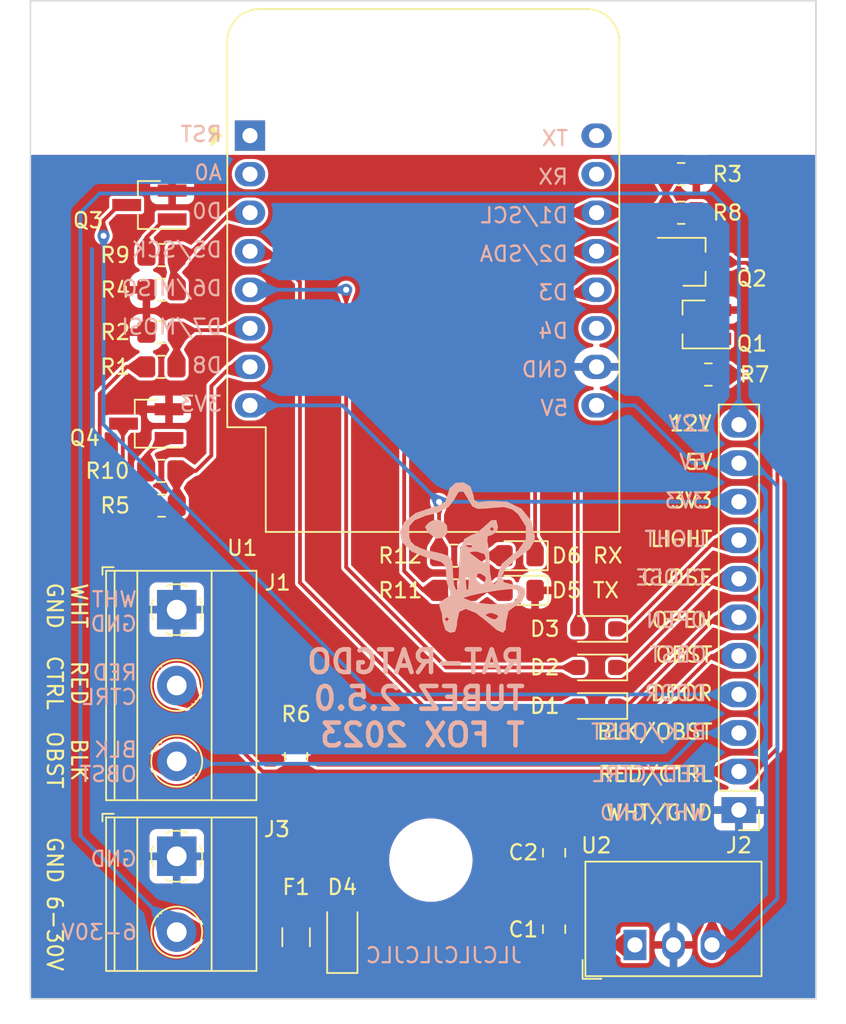
<source format=kicad_pcb>
(kicad_pcb (version 20221018) (generator pcbnew)
  (title_block (title "RAT-RATGDO TUBEZ ESP8266") (date "2023-11-02") (rev "2.5.0") (company "T Fox"))
  (layers (0 "F.Cu" signal) (31 "B.Cu" signal) (34 "B.Paste" user) (35 "F.Paste" user) (36 "B.SilkS" user "B.Silkscreen") (37 "F.SilkS" user "F.Silkscreen") (38 "B.Mask" user) (39 "F.Mask" user) (44 "Edge.Cuts" user))
  (net 0 "")
  (net 1 "/ESP_RX")
  (net 2 "/ESP_TX")
  (net 3 "Net-(U1-MOSI{slash}D7)")
  (net 6 "DC_OPEN")
  (net 7 "Net-(D1-A)")
  (net 8 "DC_CLOSE")
  (net 9 "Net-(D2-A)")
  (net 11 "DC_LIGHT")
  (net 14 "GND")
  (net 15 "+5V")
  (net 16 "Net-(D3-A)")
  (net 17 "BLK{slash}OBST")
  (net 18 "RED{slash}CTRL")
  (net 19 "STS_DOOR")
  (net 20 "STS_OBST")
  (net 21 "+3V3")
  (net 22 "Net-(Q3-G)")
  (net 23 "Net-(Q4-G)")
  (net 24 "+12V")
  (net 25 "Net-(D4-K)")
  (net 26 "Net-(Q1-G)")
  (net 27 "Net-(Q2-G)")
  (net 28 "Net-(U1-D0)")
  (net 29 "Net-(U1-CS{slash}D8)")
  (net 30 "Net-(D5-A)")
  (net 31 "Net-(D6-A)")
  (net 32 "Net-(D4-A)")
  (footprint "Resistor_SMD:R_0805_2012Metric_Pad1.20x1.40mm_HandSolder" (layer "F.Cu") (at 123.698 88.137 180)
    (fp_text reference "R10" (at 3.556 0) (layer "F.SilkS"))
    (fp_text value "1k")
    (pad "1" smd roundrect (at -1 0 180) (size 1.2 1.4) (layers "F.Cu" "F.Paste" "F.Mask") (roundrect_rratio 0.2083333333) (net 29 "Net-(U1-CS{slash}D8)"))
    (pad "2" smd roundrect (at 1 0 180) (size 1.2 1.4) (layers "F.Cu" "F.Paste" "F.Mask") (roundrect_rratio 0.2083333333) (net 23 "Net-(Q4-G)"))
  )
  (footprint "Resistor_SMD:R_0805_2012Metric_Pad1.20x1.40mm_HandSolder" (layer "F.Cu") (at 157.988 71.12 180)
    (fp_text reference "R8" (at -3.048 0) (layer "F.SilkS"))
    (fp_text value "1k")
    (pad "1" smd roundrect (at -1 0 180) (size 1.2 1.4) (layers "F.Cu" "F.Paste" "F.Mask") (roundrect_rratio 0.2083333333) (net 27 "Net-(Q2-G)"))
    (pad "2" smd roundrect (at 1 0 180) (size 1.2 1.4) (layers "F.Cu" "F.Paste" "F.Mask") (roundrect_rratio 0.2083333333) (net 2 "/ESP_TX"))
  )
  (footprint "Resistor_SMD:R_0805_2012Metric_Pad1.20x1.40mm_HandSolder" (layer "F.Cu") (at 157.988 68.58)
    (fp_text reference "R3" (at 3.048 0) (layer "F.SilkS"))
    (fp_text value "10k")
    (pad "1" smd roundrect (at -1 0) (size 1.2 1.4) (layers "F.Cu" "F.Paste" "F.Mask") (roundrect_rratio 0.2083333333) (net 2 "/ESP_TX"))
    (pad "2" smd roundrect (at 1 0) (size 1.2 1.4) (layers "F.Cu" "F.Paste" "F.Mask") (roundrect_rratio 0.2083333333) (net 14 "GND"))
  )
  (footprint "Resistor_SMD:R_0805_2012Metric_Pad1.20x1.40mm_HandSolder" (layer "F.Cu") (at 143.018 93.726 180)
    (fp_text reference "R12" (at 3.556 0) (layer "F.SilkS"))
    (fp_text value "1k")
    (pad "1" smd roundrect (at -1 0 180) (size 1.2 1.4) (layers "F.Cu" "F.Paste" "F.Mask") (roundrect_rratio 0.2083333333) (net 31 "Net-(D6-A)"))
    (pad "2" smd roundrect (at 1 0 180) (size 1.2 1.4) (layers "F.Cu" "F.Paste" "F.Mask") (roundrect_rratio 0.2083333333) (net 21 "+3V3"))
  )
  (footprint "Package_TO_SOT_SMD:SOT-23_Handsoldering" (layer "F.Cu") (at 122.912 70.612 180)
    (fp_text reference "Q3" (at 4.04 -1.016 180) (layer "F.SilkS"))
    (fp_text value "AO3400A")
    (pad "1" smd rect (at -1.5 -0.95 180) (size 1.9 0.8) (layers "F.Cu" "F.Paste" "F.Mask") (net 22 "Net-(Q3-G)"))
    (pad "2" smd rect (at -1.5 0.95 180) (size 1.9 0.8) (layers "F.Cu" "F.Paste" "F.Mask") (net 14 "GND"))
    (pad "3" smd rect (at 1.5 0 180) (size 1.9 0.8) (layers "F.Cu" "F.Paste" "F.Mask") (net 19 "STS_DOOR"))
  )
  (footprint "MountingHole:MountingHole_5mm" (layer "F.Cu") (at 161.544 62.484)
    (fp_text reference "REF**" hide)
    (fp_text value "MountingHole_5mm")
    (pad "" np_thru_hole circle (at 0 0) (size 5 5) (drill 5) (layers "*.Cu" "*.Mask"))
  )
  (footprint "Diode_SMD:D_SOD-323_HandSoldering" (layer "F.Cu") (at 152.42 103.632 180)
    (fp_text reference "D1" (at 3.429 0) (layer "F.SilkS"))
    (fp_text value "1N4148WS")
    (pad "1" smd roundrect (at -1.25 0 180) (size 1 1) (layers "F.Cu" "F.Paste" "F.Mask") (net 6 "DC_OPEN"))
    (pad "2" smd roundrect (at 1.25 0 180) (size 1 1) (layers "F.Cu" "F.Paste" "F.Mask") (net 7 "Net-(D1-A)"))
  )
  (footprint "MountingHole:MountingHole_5mm" (layer "F.Cu") (at 141.478 113.792)
    (fp_text reference "REF**" hide)
    (fp_text value "MountingHole_5mm")
    (pad "" np_thru_hole circle (at 0 0) (size 5 5) (drill 5) (layers "*.Cu" "*.Mask"))
  )
  (footprint "LED_SMD:LED_0805_2012Metric_Pad1.15x1.40mm_HandSolder" (layer "F.Cu") (at 147.327 93.726 180)
    (fp_text reference "D6 RX" (at -2.025 0) (layer "F.SilkS") (effects (justify left)))
    (fp_text value "RX LED")
    (pad "1" smd roundrect (at -1.025 0 180) (size 1.15 1.4) (layers "F.Cu" "F.Paste" "F.Mask") (roundrect_rratio 0.2173913043) (net 1 "/ESP_RX"))
    (pad "2" smd roundrect (at 1.025 0 180) (size 1.15 1.4) (layers "F.Cu" "F.Paste" "F.Mask") (roundrect_rratio 0.2173913043) (net 31 "Net-(D6-A)"))
  )
  (footprint "Diode_SMD:D_SOD-123" (layer "F.Cu") (at 135.636 118.872 90)
    (fp_text reference "D4" (at 3.302 0) (layer "F.SilkS"))
    (fp_text value "B5819W")
    (pad "1" smd roundrect (at -1.65 0 90) (size 0.9 1.2) (layers "F.Cu" "F.Paste" "F.Mask") (net 25 "Net-(D4-K)"))
    (pad "2" smd roundrect (at 1.65 0 90) (size 0.9 1.2) (layers "F.Cu" "F.Paste" "F.Mask") (net 32 "Net-(D4-A)"))
  )
  (footprint "Module:WEMOS_D1_mini_light" (layer "F.Cu") (at 129.5475 66.04)
    (fp_text reference "U1" (at -0.5155 27.178) (layer "F.SilkS"))
    (fp_text value "WeMos_D1_mini")
    (pad "1" thru_hole rect (at 0 0) (size 2 2) (drill 1) (layers "*.Cu" "*.Mask"))
    (pad "2" thru_hole oval (at 0 2.54) (size 2 1.6) (drill 1) (layers "*.Cu" "*.Mask"))
    (pad "3" thru_hole oval (at 0 5.08) (size 2 1.6) (drill 1) (layers "*.Cu" "*.Mask") (net 28 "Net-(U1-D0)"))
    (pad "4" thru_hole oval (at 0 7.62) (size 2 1.6) (drill 1) (layers "*.Cu" "*.Mask") (net 7 "Net-(D1-A)"))
    (pad "5" thru_hole oval (at 0 10.16) (size 2 1.6) (drill 1) (layers "*.Cu" "*.Mask") (net 9 "Net-(D2-A)"))
    (pad "6" thru_hole oval (at 0 12.7) (size 2 1.6) (drill 1) (layers "*.Cu" "*.Mask") (net 3 "Net-(U1-MOSI{slash}D7)"))
    (pad "7" thru_hole oval (at 0 15.24) (size 2 1.6) (drill 1) (layers "*.Cu" "*.Mask") (net 29 "Net-(U1-CS{slash}D8)"))
    (pad "8" thru_hole oval (at 0 17.78) (size 2 1.6) (drill 1) (layers "*.Cu" "*.Mask") (net 21 "+3V3"))
    (pad "9" thru_hole oval (at 22.86 17.78) (size 2 1.6) (drill 1) (layers "*.Cu" "*.Mask") (net 15 "+5V"))
    (pad "10" thru_hole oval (at 22.86 15.24) (size 2 1.6) (drill 1) (layers "*.Cu" "*.Mask") (net 14 "GND"))
    (pad "11" thru_hole oval (at 22.86 12.7) (size 2 1.6) (drill 1) (layers "*.Cu" "*.Mask"))
    (pad "12" thru_hole oval (at 22.86 10.16) (size 2 1.6) (drill 1) (layers "*.Cu" "*.Mask") (net 16 "Net-(D3-A)"))
    (pad "13" thru_hole oval (at 22.86 7.62) (size 2 1.6) (drill 1) (layers "*.Cu" "*.Mask") (net 1 "/ESP_RX"))
    (pad "14" thru_hole oval (at 22.86 5.08) (size 2 1.6) (drill 1) (layers "*.Cu" "*.Mask") (net 2 "/ESP_TX"))
    (pad "15" thru_hole oval (at 22.86 2.54) (size 2 1.6) (drill 1) (layers "*.Cu" "*.Mask"))
    (pad "16" thru_hole oval (at 22.86 0) (size 2 1.6) (drill 1) (layers "*.Cu" "*.Mask"))
  )
  (footprint "Resistor_SMD:R_0805_2012Metric_Pad1.20x1.40mm_HandSolder" (layer "F.Cu") (at 132.588 106.95 90)
    (fp_text reference "R6" (at 2.778 0) (layer "F.SilkS"))
    (fp_text value "10k")
    (pad "1" smd roundrect (at -1 0 90) (size 1.2 1.4) (layers "F.Cu" "F.Paste" "F.Mask") (roundrect_rratio 0.2083333333) (net 18 "RED{slash}CTRL"))
    (pad "2" smd roundrect (at 1 0 90) (size 1.2 1.4) (layers "F.Cu" "F.Paste" "F.Mask") (roundrect_rratio 0.2083333333) (net 14 "GND"))
  )
  (footprint "Capacitor_SMD:C_0805_2012Metric_Pad1.18x1.45mm_HandSolder" (layer "F.Cu") (at 149.606 118.3425 90)
    (fp_text reference "C1" (at -0.0215 -2.032) (layer "F.SilkS"))
    (fp_text value "10uF/50V")
    (pad "1" smd roundrect (at -1.0375 0 90) (size 1.175 1.45) (layers "F.Cu" "F.Paste" "F.Mask") (roundrect_rratio 0.2127659574) (net 25 "Net-(D4-K)"))
    (pad "2" smd roundrect (at 1.0375 0 90) (size 1.175 1.45) (layers "F.Cu" "F.Paste" "F.Mask") (roundrect_rratio 0.2127659574) (net 14 "GND"))
  )
  (footprint "Resistor_SMD:R_0805_2012Metric_Pad1.20x1.40mm_HandSolder" (layer "F.Cu") (at 143.018 96.012)
    (fp_text reference "R11" (at -3.556 0) (layer "F.SilkS"))
    (fp_text value "1k")
    (pad "1" smd roundrect (at -1 0) (size 1.2 1.4) (layers "F.Cu" "F.Paste" "F.Mask") (roundrect_rratio 0.2083333333) (net 2 "/ESP_TX"))
    (pad "2" smd roundrect (at 1 0) (size 1.2 1.4) (layers "F.Cu" "F.Paste" "F.Mask") (roundrect_rratio 0.2083333333) (net 30 "Net-(D5-A)"))
  )
  (footprint "Resistor_SMD:R_0805_2012Metric_Pad1.20x1.40mm_HandSolder" (layer "F.Cu") (at 159.782 81.788 180)
    (fp_text reference "R7" (at -3.048 0) (layer "F.SilkS"))
    (fp_text value "10k")
    (pad "1" smd roundrect (at -1 0 180) (size 1.2 1.4) (layers "F.Cu" "F.Paste" "F.Mask") (roundrect_rratio 0.2083333333) (net 18 "RED{slash}CTRL"))
    (pad "2" smd roundrect (at 1 0 180) (size 1.2 1.4) (layers "F.Cu" "F.Paste" "F.Mask") (roundrect_rratio 0.2083333333) (net 26 "Net-(Q1-G)"))
  )
  (footprint "Package_TO_SOT_SMD:SOT-23_Handsoldering" (layer "F.Cu") (at 122.706 85.024 180)
    (fp_text reference "Q4" (at 4.064 -0.95 180) (layer "F.SilkS"))
    (fp_text value "AO3400A")
    (pad "1" smd rect (at -1.5 -0.95 180) (size 1.9 0.8) (layers "F.Cu" "F.Paste" "F.Mask") (net 23 "Net-(Q4-G)"))
    (pad "2" smd rect (at -1.5 0.95 180) (size 1.9 0.8) (layers "F.Cu" "F.Paste" "F.Mask") (net 14 "GND"))
    (pad "3" smd rect (at 1.5 0 180) (size 1.9 0.8) (layers "F.Cu" "F.Paste" "F.Mask") (net 20 "STS_OBST"))
  )
  (footprint "MountingHole:MountingHole_5mm" (layer "F.Cu") (at 120.396 62.484)
    (fp_text reference "REF**" hide)
    (fp_text value "MountingHole_5mm")
    (pad "" np_thru_hole circle (at 0 0) (size 5 5) (drill 5) (layers "*.Cu" "*.Mask"))
  )
  (footprint "Diode_SMD:D_SOD-323_HandSoldering" (layer "F.Cu") (at 152.42 101.092 180)
    (fp_text reference "D2" (at 3.429 0) (layer "F.SilkS"))
    (fp_text value "1N4148WS")
    (pad "1" smd roundrect (at -1.25 0 180) (size 1 1) (layers "F.Cu" "F.Paste" "F.Mask") (net 8 "DC_CLOSE"))
    (pad "2" smd roundrect (at 1.25 0 180) (size 1 1) (layers "F.Cu" "F.Paste" "F.Mask") (net 9 "Net-(D2-A)"))
  )
  (footprint "Package_TO_SOT_SMD:SOT-23_Handsoldering" (layer "F.Cu") (at 158.838 74.356)
    (fp_text reference "Q2" (at 3.804743 1.109157) (layer "F.SilkS"))
    (fp_text value "AO3400A")
    (pad "1" smd rect (at -1.5 -0.95) (size 1.9 0.8) (layers "F.Cu" "F.Paste" "F.Mask") (net 27 "Net-(Q2-G)"))
    (pad "2" smd rect (at -1.5 0.95) (size 1.9 0.8) (layers "F.Cu" "F.Paste" "F.Mask") (net 14 "GND"))
    (pad "3" smd rect (at 1.5 0) (size 1.9 0.8) (layers "F.Cu" "F.Paste" "F.Mask") (net 18 "RED{slash}CTRL"))
  )
  (footprint "Converter_DCDC:Converter_DCDC_RECOM_R-78HB-0.5_THT" (layer "F.Cu") (at 160.02 119.38 180)
    (fp_text reference "U2" (at 7.6347 6.5532) (layer "F.SilkS"))
    (fp_text value "K7805-500R3")
    (pad "1" thru_hole rect (at 5.08 0 180) (size 1.5 2) (drill 1) (layers "*.Cu" "*.Mask") (net 25 "Net-(D4-K)"))
    (pad "2" thru_hole oval (at 2.54 0 180) (size 1.5 2) (drill 1) (layers "*.Cu" "*.Mask") (net 14 "GND"))
    (pad "3" thru_hole oval (at 0 0 180) (size 1.5 2) (drill 1) (layers "*.Cu" "*.Mask") (net 15 "+5V"))
  )
  (footprint "Diode_SMD:D_SOD-323_HandSoldering" (layer "F.Cu") (at 152.42 98.552 180)
    (fp_text reference "D3" (at 3.429 0) (layer "F.SilkS"))
    (fp_text value "1N4148WS")
    (pad "1" smd roundrect (at -1.25 0 180) (size 1 1) (layers "F.Cu" "F.Paste" "F.Mask") (net 11 "DC_LIGHT"))
    (pad "2" smd roundrect (at 1.25 0 180) (size 1 1) (layers "F.Cu" "F.Paste" "F.Mask") (net 16 "Net-(D3-A)"))
  )
  (footprint "Resistor_SMD:R_0805_2012Metric_Pad1.20x1.40mm_HandSolder" (layer "F.Cu") (at 123.714 90.424 180)
    (fp_text reference "R5" (at 3.064 0) (layer "F.SilkS"))
    (fp_text value "10k")
    (pad "1" smd roundrect (at -1 0 180) (size 1.2 1.4) (layers "F.Cu" "F.Paste" "F.Mask") (roundrect_rratio 0.2083333333) (net 29 "Net-(U1-CS{slash}D8)"))
    (pad "2" smd roundrect (at 1 0 180) (size 1.2 1.4) (layers "F.Cu" "F.Paste" "F.Mask") (roundrect_rratio 0.2083333333) (net 14 "GND"))
  )
  (footprint "LED_SMD:LED_0805_2012Metric_Pad1.15x1.40mm_HandSolder" (layer "F.Cu") (at 147.327 96.012 180)
    (fp_text reference "D5 TX" (at -2.025 0) (layer "F.SilkS") (effects (justify left)))
    (fp_text value "TX LED")
    (pad "1" smd roundrect (at -1.025 0 180) (size 1.15 1.4) (layers "F.Cu" "F.Paste" "F.Mask") (roundrect_rratio 0.2173913043) (net 14 "GND"))
    (pad "2" smd roundrect (at 1.025 0 180) (size 1.15 1.4) (layers "F.Cu" "F.Paste" "F.Mask") (roundrect_rratio 0.2173913043) (net 30 "Net-(D5-A)"))
  )
  (footprint "Package_TO_SOT_SMD:SOT-23_Handsoldering" (layer "F.Cu") (at 158.838 78.486 180)
    (fp_text reference "Q1" (at -3.804743 -1.266485 180) (layer "F.SilkS"))
    (fp_text value "2N7002")
    (pad "1" smd rect (at -1.5 -0.95 180) (size 1.9 0.8) (layers "F.Cu" "F.Paste" "F.Mask") (net 26 "Net-(Q1-G)"))
    (pad "2" smd rect (at -1.5 0.95 180) (size 1.9 0.8) (layers "F.Cu" "F.Paste" "F.Mask") (net 14 "GND"))
    (pad "3" smd rect (at 1.5 0 180) (size 1.9 0.8) (layers "F.Cu" "F.Paste" "F.Mask") (net 1 "/ESP_RX"))
  )
  (footprint "Resistor_SMD:R_0805_2012Metric_Pad1.20x1.40mm_HandSolder" (layer "F.Cu") (at 123.714 73.914 180)
    (fp_text reference "R9" (at 3.064 0) (layer "F.SilkS"))
    (fp_text value "1k")
    (pad "1" smd roundrect (at -1 0 180) (size 1.2 1.4) (layers "F.Cu" "F.Paste" "F.Mask") (roundrect_rratio 0.2083333333) (net 28 "Net-(U1-D0)"))
    (pad "2" smd roundrect (at 1 0 180) (size 1.2 1.4) (layers "F.Cu" "F.Paste" "F.Mask") (roundrect_rratio 0.2083333333) (net 22 "Net-(Q3-G)"))
  )
  (footprint "TerminalBlock_Phoenix:TerminalBlock_Phoenix_MKDS-1,5-3_1x03_P5.00mm_Horizontal" (layer "F.Cu") (at 124.714 97.282 -90)
    (fp_text reference "J1" (at -1.778 -6.655) (layer "F.SilkS"))
    (fp_text value "Screw_Terminal_01x03")
    (pad "1" thru_hole rect (at 0 0 270) (size 2.6 2.6) (drill 1.3) (layers "*.Cu" "*.Mask") (net 14 "GND"))
    (pad "2" thru_hole circle (at 5 0 270) (size 2.6 2.6) (drill 1.3) (layers "*.Cu" "*.Mask") (net 18 "RED{slash}CTRL"))
    (pad "3" thru_hole circle (at 10 0 270) (size 2.6 2.6) (drill 1.3) (layers "*.Cu" "*.Mask") (net 17 "BLK{slash}OBST"))
  )
  (footprint "Resistor_SMD:R_0805_2012Metric_Pad1.20x1.40mm_HandSolder" (layer "F.Cu") (at 123.714 76.2 180)
    (fp_text reference "R4" (at 3.048 0) (layer "F.SilkS"))
    (fp_text value "10k")
    (pad "1" smd roundrect (at -1 0 180) (size 1.2 1.4) (layers "F.Cu" "F.Paste" "F.Mask") (roundrect_rratio 0.2083333333) (net 28 "Net-(U1-D0)"))
    (pad "2" smd roundrect (at 1 0 180) (size 1.2 1.4) (layers "F.Cu" "F.Paste" "F.Mask") (roundrect_rratio 0.2083333333) (net 14 "GND"))
  )
  (footprint "Resistor_SMD:R_0805_2012Metric_Pad1.20x1.40mm_HandSolder" (layer "F.Cu") (at 123.714 78.994 180)
    (fp_text reference "R2" (at 3.048 0 180) (layer "F.SilkS"))
    (fp_text value "10k")
    (pad "1" smd roundrect (at -1 0 180) (size 1.2 1.4) (layers "F.Cu" "F.Paste" "F.Mask") (roundrect_rratio 0.2083333333) (net 3 "Net-(U1-MOSI{slash}D7)"))
    (pad "2" smd roundrect (at 1 0 180) (size 1.2 1.4) (layers "F.Cu" "F.Paste" "F.Mask") (roundrect_rratio 0.2083333333) (net 14 "GND"))
  )
  (footprint "Capacitor_SMD:C_0805_2012Metric_Pad1.18x1.45mm_HandSolder" (layer "F.Cu") (at 149.606 113.3055 -90)
    (fp_text reference "C2" (at -0.0215 2.032) (layer "F.SilkS"))
    (fp_text value "22uF/10V")
    (pad "1" smd roundrect (at -1.0375 0 270) (size 1.175 1.45) (layers "F.Cu" "F.Paste" "F.Mask") (roundrect_rratio 0.2127659574) (net 15 "+5V"))
    (pad "2" smd roundrect (at 1.0375 0 270) (size 1.175 1.45) (layers "F.Cu" "F.Paste" "F.Mask") (roundrect_rratio 0.2127659574) (net 14 "GND"))
  )
  (footprint "Fuse:Fuse_1206_3216Metric_Pad1.42x1.75mm_HandSolder" (layer "F.Cu") (at 132.588 118.872 90)
    (fp_text reference "F1" (at 3.302 0) (layer "F.SilkS"))
    (fp_text value "750mA")
    (pad "1" smd roundrect (at -1.4875 0 90) (size 1.425 1.75) (layers "F.Cu" "F.Paste" "F.Mask") (roundrect_rratio 0.1754392982) (net 24 "+12V"))
    (pad "2" smd roundrect (at 1.4875 0 90) (size 1.425 1.75) (layers "F.Cu" "F.Paste" "F.Mask") (roundrect_rratio 0.1754392982) (net 32 "Net-(D4-A)"))
  )
  (footprint "Resistor_SMD:R_0805_2012Metric_Pad1.20x1.40mm_HandSolder" (layer "F.Cu") (at 123.698 81.28)
    (fp_text reference "R1" (at -3.048 0) (layer "F.SilkS"))
    (fp_text value "10k")
    (pad "1" smd roundrect (at -1 0) (size 1.2 1.4) (layers "F.Cu" "F.Paste" "F.Mask") (roundrect_rratio 0.2083333333) (net 17 "BLK{slash}OBST"))
    (pad "2" smd roundrect (at 1 0) (size 1.2 1.4) (layers "F.Cu" "F.Paste" "F.Mask") (roundrect_rratio 0.2083333333) (net 3 "Net-(U1-MOSI{slash}D7)"))
  )
  (footprint "Connector_PinHeader_2.54mm:PinHeader_1x11_P2.54mm_Vertical" (layer "F.Cu") (at 161.798 110.49 180)
    (fp_text reference "J2" (at 0 -2.33 180) (layer "F.SilkS"))
    (fp_text value "Conn_01x11")
    (pad "1" thru_hole rect (at 0 0 180) (size 2.3 1.7) (drill 1) (layers "*.Cu" "*.Mask") (net 14 "GND"))
    (pad "2" thru_hole oval (at 0 2.54 180) (size 2.3 1.7) (drill 1) (layers "*.Cu" "*.Mask") (net 18 "RED{slash}CTRL"))
    (pad "3" thru_hole oval (at 0 5.08 180) (size 2.3 1.7) (drill 1) (layers "*.Cu" "*.Mask") (net 17 "BLK{slash}OBST"))
    (pad "4" thru_hole oval (at 0 7.62 180) (size 2.3 1.7) (drill 1) (layers "*.Cu" "*.Mask") (net 19 "STS_DOOR"))
    (pad "5" thru_hole oval (at 0 10.16 180) (size 2.3 1.7) (drill 1) (layers "*.Cu" "*.Mask") (net 20 "STS_OBST"))
    (pad "6" thru_hole oval (at 0 12.7 180) (size 2.3 1.7) (drill 1) (layers "*.Cu" "*.Mask") (net 6 "DC_OPEN"))
    (pad "7" thru_hole oval (at 0 15.24 180) (size 2.3 1.7) (drill 1) (layers "*.Cu" "*.Mask") (net 8 "DC_CLOSE"))
    (pad "8" thru_hole oval (at 0 17.78 180) (size 2.3 1.7) (drill 1) (layers "*.Cu" "*.Mask") (net 11 "DC_LIGHT"))
    (pad "9" thru_hole oval (at 0 20.32 180) (size 2.3 1.7) (drill 1) (layers "*.Cu" "*.Mask") (net 21 "+3V3"))
    (pad "10" thru_hole oval (at 0 22.86 180) (size 2.3 1.7) (drill 1) (layers "*.Cu" "*.Mask") (net 15 "+5V"))
    (pad "11" thru_hole oval (at 0 25.4 180) (size 2.3 1.7) (drill 1) (layers "*.Cu" "*.Mask") (net 24 "+12V"))
  )
  (footprint "TerminalBlock_Phoenix:TerminalBlock_Phoenix_MKDS-1,5-2_1x02_P5.00mm_Horizontal" (layer "F.Cu") (at 124.714 113.538 -90)
    (fp_text reference "J3" (at -1.778 -6.604) (layer "F.SilkS"))
    (fp_text value "Screw_Terminal_01x02")
    (pad "1" thru_hole rect (at 0 0 270) (size 2.6 2.6) (drill 1.3) (layers "*.Cu" "*.Mask") (net 14 "GND"))
    (pad "2" thru_hole circle (at 5 0 270) (size 2.6 2.6) (drill 1.3) (layers "*.Cu" "*.Mask") (net 24 "+12V"))
  )
  (footprint "LOGO" (layer "B.Cu") (at 144.018 93.726 180)
    (fp_text reference "G***" hide)
    (fp_text value "LOGO" hide)
  )
  (gr_rect (start 115.062 57.15) (end 166.878 122.936) (stroke (width 0.1)) (fill none) (layer "Edge.Cuts"))
  (gr_text "GND" (at 122.174 114.3) (layer "B.SilkS") (effects (font (size 1 1)) (justify left bottom mirror)))
  (gr_text "5V" (at 159.766 88.138) (layer "B.SilkS") (effects (font (size 1 1)) (justify left bottom mirror)))
  (gr_text "JLCJLCJLCJLC" (at 147.574 120.65) (layer "B.SilkS") (effects (font (size 1 1)) (justify left bottom mirror)))
  (gr_text "WHT/GND" (at 159.766 111.252) (layer "B.SilkS") (effects (font (size 1 1)) (justify left bottom mirror)))
  (gr_text "WHT\nGND" (at 122.174 98.806) (layer "B.SilkS") (effects (font (size 1 1)) (justify left bottom mirror)))
  (gr_text "RAT-RATGDO\nTUBEZ 2.5.0\nT FOX 2023" (at 147.828 106.426) (layer "B.SilkS") (effects (font (size 1.5 1.5) (thickness 0.3) bold) (justify left bottom mirror)))
  (gr_text "D3" (at 150.622 76.962) (layer "B.SilkS") (effects (font (size 1 1)) (justify left bottom mirror)))
  (gr_text "OPEN" (at 159.766 98.552) (layer "B.SilkS") (effects (font (size 1 1)) (justify left bottom mirror)))
  (gr_text "RST" (at 127.785908 66.525297) (layer "B.SilkS") (effects (font (size 1 1)) (justify left bottom mirror)))
  (gr_text "D1/SCL" (at 150.622 71.882) (layer "B.SilkS") (effects (font (size 1 1)) (justify left bottom mirror)))
  (gr_text "RX" (at 150.622 69.342) (layer "B.SilkS") (effects (font (size 1 1)) (justify left bottom mirror)))
  (gr_text "LIGHT" (at 159.766 93.218) (layer "B.SilkS") (effects (font (size 1 1)) (justify left bottom mirror)))
  (gr_text "D4" (at 150.622 79.502) (layer "B.SilkS") (effects (font (size 1 1)) (justify left bottom mirror)))
  (gr_text "D7/MOSI" (at 127.785908 79.225297) (layer "B.SilkS") (effects (font (size 1 1)) (justify left bottom mirror)))
  (gr_text "5V" (at 150.622 84.582) (layer "B.SilkS") (effects (font (size 1 1)) (justify left bottom mirror)))
  (gr_text "DOOR" (at 159.766 103.378) (layer "B.SilkS") (effects (font (size 1 1)) (justify left bottom mirror)))
  (gr_text "D8" (at 127.785908 81.765297) (layer "B.SilkS") (effects (font (size 1 1)) (justify left bottom mirror)))
  (gr_text "BLK\nOBST" (at 122.174 108.712) (layer "B.SilkS") (effects (font (size 1 1)) (justify left bottom mirror)))
  (gr_text "A0" (at 127.785908 69.065297) (layer "B.SilkS") (effects (font (size 1 1)) (justify left bottom mirror)))
  (gr_text "D6/MISO" (at 127.785908 76.685297) (layer "B.SilkS") (effects (font (size 1 1)) (justify left bottom mirror)))
  (gr_text "12V" (at 160.02 85.598) (layer "B.SilkS") (effects (font (size 1 1)) (justify left bottom mirror)))
  (gr_text "TX" (at 150.622 66.802) (layer "B.SilkS") (effects (font (size 1 1)) (justify left bottom mirror)))
  (gr_text "OBST" (at 159.766 100.838) (layer "B.SilkS") (effects (font (size 1 1)) (justify left bottom mirror)))
  (gr_text "3V3" (at 127.785908 84.305297) (layer "B.SilkS") (effects (font (size 1 1)) (justify left bottom mirror)))
  (gr_text "BLK/OBST" (at 159.766 105.918) (layer "B.SilkS") (effects (font (size 1 1)) (justify left bottom mirror)))
  (gr_text "GND" (at 150.622 82.042) (layer "B.SilkS") (effects (font (size 1 1)) (justify left bottom mirror)))
  (gr_text "D5/SCK" (at 127.785908 74.145297) (layer "B.SilkS") (effects (font (size 1 1)) (justify left bottom mirror)))
  (gr_text "3V3" (at 159.766 90.678) (layer "B.SilkS") (effects (font (size 1 1)) (justify left bottom mirror)))
  (gr_text "RED/CTRL" (at 159.766 108.712) (layer "B.SilkS") (effects (font (size 1 1)) (justify left bottom mirror)))
  (gr_text "D0" (at 127.785908 71.605297) (layer "B.SilkS") (effects (font (size 1 1)) (justify left bottom mirror)))
  (gr_text "D2/SDA" (at 150.622 74.422) (layer "B.SilkS") (effects (font (size 1 1)) (justify left bottom mirror)))
  (gr_text "CLOSE" (at 159.766 95.758) (layer "B.SilkS") (effects (font (size 1 1)) (justify left bottom mirror)))
  (gr_text "RED\nCTRL" (at 122.174 103.632) (layer "B.SilkS") (effects (font (size 1 1)) (justify left bottom mirror)))
  (gr_text "6-30V" (at 122.174 119.126) (layer "B.SilkS") (effects (font (size 1 1)) (justify left bottom mirror)))
  (gr_text "RED\nCTRL" (at 116.078 102.108 -90) (layer "F.SilkS") (effects (font (size 1 1)) (justify bottom)))
  (gr_text "RED/CTRL" (at 152.431809 108.712) (layer "F.SilkS") (effects (font (size 1 1)) (justify left bottom)))
  (gr_text "6-30V" (at 116.078 118.618 270) (layer "F.SilkS") (effects (font (size 1 1)) (justify bottom)))
  (gr_text "5V" (at 158.146095 88.138) (layer "F.SilkS") (effects (font (size 1 1)) (justify left bottom)))
  (gr_text "WHT\nGND" (at 116.078 97.028 -90) (layer "F.SilkS") (effects (font (size 1 1)) (justify bottom)))
  (gr_text "LIGHT" (at 155.860381 93.218) (layer "F.SilkS") (effects (font (size 1 1)) (justify left bottom)))
  (gr_text "12V" (at 157.130095 85.598) (layer "F.SilkS") (effects (font (size 1 1)) (justify left bottom)))
  (gr_text "DOOR" (at 155.860381 103.378) (layer "F.SilkS") (effects (font (size 1 1)) (justify left bottom)))
  (gr_text "GND" (at 116.078 113.792 270) (layer "F.SilkS") (effects (font (size 1 1)) (justify bottom)))
  (gr_text "WHT/GND" (at 152.908 111.252) (layer "F.SilkS") (effects (font (size 1 1)) (justify left bottom)))
  (gr_text "3V3" (at 157.193714 90.678) (layer "F.SilkS") (effects (font (size 1 1)) (justify left bottom)))
  (gr_text "OPEN" (at 155.955619 98.552) (layer "F.SilkS") (effects (font (size 1 1)) (justify left bottom)))
  (gr_text "BLK/OBST" (at 152.336571 105.918) (layer "F.SilkS") (effects (font (size 1 1)) (justify left bottom)))
  (gr_text "BLK\nOBST" (at 116.078 107.188 -90) (layer "F.SilkS") (effects (font (size 1 1)) (justify bottom)))
  (gr_text "OBST" (at 156.193714 100.838) (layer "F.SilkS") (effects (font (size 1 1)) (justify left bottom)))
  (gr_text "CLOSE" (at 155.241333 95.758) (layer "F.SilkS") (effects (font (size 1 1)) (justify left bottom)))
  (segment (start 154.178 73.66) (end 152.908 73.66) (width 0.25) (layer "F.Cu") (net 1))
  (segment (start 154.94 77.724) (end 154.94 74.422) (width 0.25) (layer "F.Cu") (net 1))
  (segment (start 149.8835 73.66) (end 152.4075 73.66) (width 0.25) (layer "F.Cu") (net 1))
  (segment (start 155.702 78.486) (end 154.94 77.724) (width 0.25) (layer "F.Cu") (net 1))
  (segment (start 154.94 74.422) (end 154.178 73.66) (width 0.25) (layer "F.Cu") (net 1))
  (segment (start 157.2335 78.486) (end 155.702 78.486) (width 0.25) (layer "F.Cu") (net 1))
  (segment (start 148.352 75.1915) (end 149.8835 73.66) (width 0.25) (layer "F.Cu") (net 1))
  (segment (start 148.352 75.1915) (end 148.352 93.726) (width 0.25) (layer "F.Cu") (net 1))
  (segment (start 141.478 71.12) (end 139.716 72.882) (width 0.25) (layer "F.Cu") (net 2))
  (segment (start 139.716 72.882) (end 139.716 94.742) (width 0.25) (layer "F.Cu") (net 2))
  (segment (start 140.986 96.012) (end 142.018 96.012) (width 0.25) (layer "F.Cu") (net 2))
  (segment (start 139.716 94.742) (end 140.986 96.012) (width 0.25) (layer "F.Cu") (net 2))
  (segment (start 152.4075 71.12) (end 141.478 71.12) (width 0.25) (layer "F.Cu") (net 2))
  (segment (start 152.4075 71.12) (end 156.988 71.12) (width 0.25) (layer "F.Cu") (net 2))
  (segment (start 156.988 68.58) (end 156.988 71.12) (width 0.25) (layer "F.Cu") (net 2))
  (segment (start 124.2225 78.86) (end 129.5475 78.86) (width 0.25) (layer "F.Cu") (net 3))
  (segment (start 124.714 78.995) (end 124.714 81.01) (width 0.25) (layer "F.Cu") (net 3))
  (segment (start 160.274 97.79) (end 154.432 103.632) (width 0.25) (layer "F.Cu") (net 6))
  (segment (start 154.432 103.632) (end 153.67 103.632) (width 0.25) (layer "F.Cu") (net 6))
  (segment (start 161.29 97.79) (end 160.274 97.79) (width 0.25) (layer "F.Cu") (net 6))
  (segment (start 151.17 103.632) (end 140.97 103.632) (width 0.25) (layer "F.Cu") (net 7))
  (segment (start 140.97 103.632) (end 132.842 95.504) (width 0.25) (layer "F.Cu") (net 7))
  (segment (start 132.842 75.692) (end 130.81 73.66) (width 0.25) (layer "F.Cu") (net 7))
  (segment (start 132.842 95.504) (end 132.842 75.692) (width 0.25) (layer "F.Cu") (net 7))
  (segment (start 130.81 73.66) (end 129.5475 73.66) (width 0.25) (layer "F.Cu") (net 7))
  (segment (start 160.274 95.25) (end 154.432 101.092) (width 0.25) (layer "F.Cu") (net 8))
  (segment (start 154.432 101.092) (end 153.67 101.092) (width 0.25) (layer "F.Cu") (net 8))
  (segment (start 161.29 95.25) (end 160.274 95.25) (width 0.25) (layer "F.Cu") (net 8))
  (segment (start 135.89 94.488) (end 135.89 76.2) (width 0.25) (layer "F.Cu") (net 9))
  (segment (start 142.494 101.092) (end 135.89 94.488) (width 0.25) (layer "F.Cu") (net 9))
  (segment (start 151.17 101.092) (end 142.494 101.092) (width 0.25) (layer "F.Cu") (net 9))
  (via (at 135.89 76.2) (size 0.8) (drill 0.4) (layers "F.Cu" "B.Cu") (net 9))
  (segment (start 129.5475 76.2) (end 135.89 76.2) (width 0.25) (layer "B.Cu") (net 9))
  (segment (start 153.67 98.552) (end 154.432 98.552) (width 0.25) (layer "F.Cu") (net 11))
  (segment (start 160.274 92.71) (end 161.29 92.71) (width 0.25) (layer "F.Cu") (net 11))
  (segment (start 154.432 98.552) (end 160.274 92.71) (width 0.25) (layer "F.Cu") (net 11))
  (segment (start 149.606 112.268) (end 157.988 112.268) (width 0.25) (layer "F.Cu") (net 15))
  (segment (start 160.0347 114.3147) (end 160.0347 119.3339) (width 0.25) (layer "F.Cu") (net 15))
  (segment (start 157.988 112.268) (end 160.0347 114.3147) (width 0.25) (layer "F.Cu") (net 15))
  (segment (start 154.94 83.82) (end 158.75 87.63) (width 0.25) (layer "B.Cu") (net 15))
  (segment (start 152.4075 83.82) (end 154.94 83.82) (width 0.25) (layer "B.Cu") (net 15))
  (segment (start 164.338 89.154) (end 164.338 116.332) (width 0.25) (layer "B.Cu") (net 15))
  (segment (start 161.29 119.38) (end 160.2887 119.38) (width 0.25) (layer "B.Cu") (net 15))
  (segment (start 162.814 87.63) (end 164.338 89.154) (width 0.25) (layer "B.Cu") (net 15))
  (segment (start 158.75 87.63) (end 161.29 87.63) (width 0.25) (layer "B.Cu") (net 15))
  (segment (start 164.338 116.332) (end 161.29 119.38) (width 0.25) (layer "B.Cu") (net 15))
  (segment (start 149.86 77.47) (end 151.13 76.2) (width 0.25) (layer "F.Cu") (net 16))
  (segment (start 149.86 85.09) (end 149.86 77.47) (width 0.25) (layer "F.Cu") (net 16))
  (segment (start 151.17 86.4) (end 149.86 85.09) (width 0.25) (layer "F.Cu") (net 16))
  (segment (start 151.17 98.552) (end 151.17 86.4) (width 0.25) (layer "F.Cu") (net 16))
  (segment (start 151.13 76.2) (end 152.4075 76.2) (width 0.25) (layer "F.Cu") (net 16))
  (segment (start 122.522 107.282) (end 123.792 107.282) (width 0.25) (layer "F.Cu") (net 17))
  (segment (start 122.444 81.28) (end 121.412 81.28) (width 0.25) (layer "F.Cu") (net 17))
  (segment (start 121.412 81.28) (end 119.634 83.058) (width 0.25) (layer "F.Cu") (net 17))
  (segment (start 119.634 104.394) (end 122.522 107.282) (width 0.25) (layer "F.Cu") (net 17))
  (segment (start 119.634 83.058) (end 119.634 104.394) (width 0.25) (layer "F.Cu") (net 17))
  (segment (start 159.258 105.41) (end 161.29 105.41) (width 0.25) (layer "B.Cu") (net 17))
  (segment (start 157.226 107.442) (end 159.258 105.41) (width 0.25) (layer "B.Cu") (net 17))
  (segment (start 125.585 107.442) (end 157.226 107.442) (width 0.25) (layer "B.Cu") (net 17))
  (segment (start 132.588 107.426) (end 132.064 107.95) (width 0.25) (layer "F.Cu") (net 18))
  (segment (start 164.338 76.454) (end 162.306 74.422) (width 0.25) (layer "F.Cu") (net 18))
  (segment (start 133.112 107.95) (end 132.604 107.442) (width 0.25) (layer "F.Cu") (net 18))
  (segment (start 130.382 107.95) (end 124.714 102.282) (width 0.25) (layer "F.Cu") (net 18))
  (segment (start 161.036 81.788) (end 164.338 81.788) (width 0.25) (layer "F.Cu") (net 18))
  (segment (start 132.064 107.95) (end 130.382 107.95) (width 0.25) (layer "F.Cu") (net 18))
  (segment (start 162.814 107.95) (end 164.338 106.426) (width 0.25) (layer "F.Cu") (net 18))
  (segment (start 161.29 107.95) (end 133.112 107.95) (width 0.25) (layer "F.Cu") (net 18))
  (segment (start 164.338 106.426) (end 164.338 76.454) (width 0.25) (layer "F.Cu") (net 18))
  (segment (start 162.306 74.422) (end 160.592 74.422) (width 0.25) (layer "F.Cu") (net 18))
  (segment (start 119.888 71.628) (end 120.6325 70.8835) (width 0.25) (layer "F.Cu") (net 19))
  (segment (start 119.888 72.644) (end 119.888 71.628) (width 0.25) (layer "F.Cu") (net 19))
  (via (at 119.888 72.644) (size 0.8) (drill 0.4) (layers "F.Cu" "B.Cu") (net 19))
  (segment (start 119.888 85.09) (end 137.668 102.87) (width 0.25) (layer "B.Cu") (net 19))
  (segment (start 137.668 102.87) (end 161.798 102.87) (width 0.25) (layer "B.Cu") (net 19))
  (segment (start 119.888 72.644) (end 119.888 85.09) (width 0.25) (layer "B.Cu") (net 19))
  (segment (start 126.492 93.218) (end 122.428 93.218) (width 0.25) (layer "F.Cu") (net 20))
  (segment (start 160.02 100.33) (end 154.432 105.918) (width 0.25) (layer "F.Cu") (net 20))
  (segment (start 121.158 85.326) (end 121.46 85.024) (width 0.25) (layer "F.Cu") (net 20))
  (segment (start 139.192 105.918) (end 126.492 93.218) (width 0.25) (layer "F.Cu") (net 20))
  (segment (start 161.29 100.33) (end 160.02 100.33) (width 0.25) (layer "F.Cu") (net 20))
  (segment (start 122.428 93.218) (end 121.158 91.948) (width 0.25) (layer "F.Cu") (net 20))
  (segment (start 154.432 105.918) (end 139.192 105.918) (width 0.25) (layer "F.Cu") (net 20))
  (segment (start 121.158 91.948) (end 121.158 85.326) (width 0.25) (layer "F.Cu") (net 20))
  (segment (start 142.018 90.186) (end 142.018 93.726) (width 0.25) (layer "F.Cu") (net 21))
  (via (at 142.018 90.186) (size 0.8) (drill 0.4) (layers "F.Cu" "B.Cu") (net 21))
  (segment (start 142.018 90.186) (end 142.034 90.17) (width 0.25) (layer "B.Cu") (net 21))
  (segment (start 135.652 83.82) (end 129.5475 83.82) (width 0.25) (layer "B.Cu") (net 21))
  (segment (start 142.034 90.17) (end 161.798 90.17) (width 0.25) (layer "B.Cu") (net 21))
  (segment (start 142.018 90.186) (end 135.652 83.82) (width 0.25) (layer "B.Cu") (net 21))
  (segment (start 122.714 73.914) (end 122.714 72.755) (width 0.25) (layer "F.Cu") (net 22))
  (segment (start 122.714 72.755) (end 123.907 71.562) (width 0.25) (layer "F.Cu") (net 22))
  (segment (start 123.83 85.974) (end 122.698 87.106) (width 0.25) (layer "F.Cu") (net 23))
  (segment (start 122.698 87.106) (end 122.698 88.138) (width 0.25) (layer "F.Cu") (net 23))
  (segment (start 124.714 118.538) (end 130.7665 118.538) (width 0.25) (layer "F.Cu") (net 24))
  (segment (start 130.7665 118.538) (end 132.588 120.3595) (width 0.25) (layer "F.Cu") (net 24))
  (segment (start 124.714 118.538) (end 118.364 112.188) (width 0.25) (layer "B.Cu") (net 24))
  (segment (start 118.364 112.188) (end 118.364 71.12) (width 0.25) (layer "B.Cu") (net 24))
  (segment (start 161.798 71.628) (end 161.798 85.09) (width 0.25) (layer "B.Cu") (net 24))
  (segment (start 119.634 69.85) (end 160.02 69.85) (width 0.25) (layer "B.Cu") (net 24))
  (segment (start 118.364 71.12) (end 119.634 69.85) (width 0.25) (layer "B.Cu") (net 24))
  (segment (start 160.02 69.85) (end 161.798 71.628) (width 0.25) (layer "B.Cu") (net 24))
  (segment (start 148.464 120.522) (end 149.606 119.38) (width 0.25) (layer "F.Cu") (net 25))
  (segment (start 149.606 119.38) (end 154.94 119.38) (width 0.25) (layer "F.Cu") (net 25))
  (segment (start 135.636 120.522) (end 148.464 120.522) (width 0.25) (layer "F.Cu") (net 25))
  (segment (start 158.782 80.756) (end 158.782 81.534) (width 0.25) (layer "F.Cu") (net 26))
  (segment (start 160.338 79.2) (end 158.782 80.756) (width 0.25) (layer "F.Cu") (net 26))
  (segment (start 158.988 72.1541) (end 157.509257 73.632843) (width 0.25) (layer "F.Cu") (net 27))
  (segment (start 158.988 71.12) (end 158.988 72.1541) (width 0.25) (layer "F.Cu") (net 27))
  (segment (start 125.476 73.914) (end 128.27 71.12) (width 0.25) (layer "F.Cu") (net 28))
  (segment (start 128.27 71.12) (end 129.5475 71.12) (width 0.25) (layer "F.Cu") (net 28))
  (segment (start 124.46 76.184) (end 124.46 73.914) (width 0.25) (layer "F.Cu") (net 28))
  (segment (start 124.46 73.914) (end 125.476 73.914) (width 0.25) (layer "F.Cu") (net 28))
  (segment (start 125.984 88.138) (end 127 87.122) (width 0.25) (layer "F.Cu") (net 29))
  (segment (start 124.698 88.138) (end 125.984 88.138) (width 0.25) (layer "F.Cu") (net 29))
  (segment (start 127 82.55) (end 128.27 81.28) (width 0.25) (layer "F.Cu") (net 29))
  (segment (start 128.27 81.28) (end 129.5475 81.28) (width 0.25) (layer "F.Cu") (net 29))
  (segment (start 124.698 88.138) (end 124.698 90.408) (width 0.25) (layer "F.Cu") (net 29))
  (segment (start 127 87.122) (end 127 82.55) (width 0.25) (layer "F.Cu") (net 29))
  (segment (start 146.302 96.012) (end 144.018 96.012) (width 0.25) (layer "F.Cu") (net 30))
  (segment (start 146.302 93.726) (end 144.018 93.726) (width 0.25) (layer "F.Cu") (net 31))
  (segment (start 132.588 117.3845) (end 135.4735 117.3845) (width 0.25) (layer "F.Cu") (net 32))
  (zone (net 14) (net_name "GND") (layer "F.Cu") (name "WiFi Antenna") (priority 1) (connect_pads (clearance 0)) (min_thickness 0.25) (fill yes (thermal_gap 0.5) (thermal_bridge_width 0.5))
    (polygon (pts (xy 166.878 57.15) (xy 115.062 57.15) (xy 115.062 122.936) (xy 166.878 122.936)))
  )
  (zone (net 0) (net_name "") (layers "F&B.Cu") (name "WiFi Antenna") (connect_pads (clearance 0)) (min_thickness 0.25)
    (keepout (tracks not_allowed) (vias allowed) (pads allowed) (copperpour not_allowed) (footprints allowed))
    (fill (thermal_gap 0.5) (thermal_bridge_width 0.5))
    (polygon (pts (xy 115.062 57.15) (xy 115.062 67.31) (xy 166.878 67.31) (xy 166.878 57.15)))
  )
  (zone (net 14) (net_name "GND") (layer "B.Cu") (connect_pads (clearance 0.5)) (min_thickness 0.25) (fill yes (thermal_gap 0.5) (thermal_bridge_width 0.5))
    (polygon (pts (xy 115.062 57.15) (xy 166.878 57.15) (xy 166.878 122.936) (xy 115.062 122.936)))
  )
)
</source>
